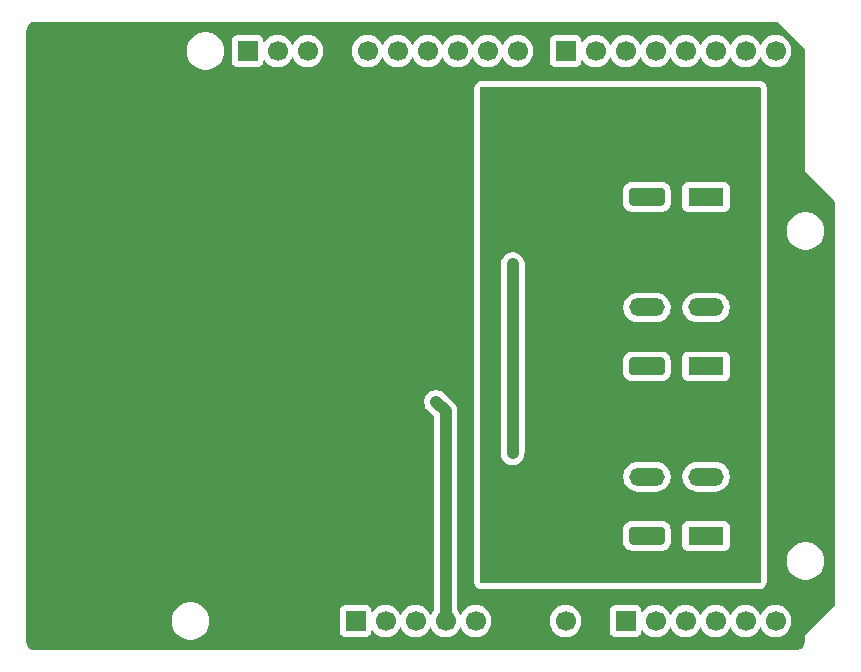
<source format=gbl>
G04 #@! TF.GenerationSoftware,KiCad,Pcbnew,9.0.6+1*
G04 #@! TF.CreationDate,2025-12-15T08:06:25+00:00*
G04 #@! TF.ProjectId,dreh_shield,64726568-5f73-4686-9965-6c642e6b6963,0.1*
G04 #@! TF.SameCoordinates,Original*
G04 #@! TF.FileFunction,Copper,L2,Bot*
G04 #@! TF.FilePolarity,Positive*
%FSLAX46Y46*%
G04 Gerber Fmt 4.6, Leading zero omitted, Abs format (unit mm)*
G04 Created by KiCad (PCBNEW 9.0.6+1) date 2025-12-15 08:06:25*
%MOMM*%
%LPD*%
G01*
G04 APERTURE LIST*
G04 #@! TA.AperFunction,ComponentPad*
%ADD10R,1.700000X1.700000*%
G04 #@! TD*
G04 #@! TA.AperFunction,ComponentPad*
%ADD11C,1.700000*%
G04 #@! TD*
G04 #@! TA.AperFunction,ComponentPad*
%ADD12R,3.000000X1.500000*%
G04 #@! TD*
G04 #@! TA.AperFunction,ComponentPad*
%ADD13O,3.000000X1.500000*%
G04 #@! TD*
G04 #@! TA.AperFunction,ViaPad*
%ADD14C,0.600000*%
G04 #@! TD*
G04 #@! TA.AperFunction,Conductor*
%ADD15C,1.000000*%
G04 #@! TD*
G04 APERTURE END LIST*
D10*
X27940000Y2540000D03*
D11*
X30480000Y2540000D03*
X33020000Y2540000D03*
X35560000Y2540000D03*
X38100000Y2540000D03*
X40640000Y2540000D03*
X43180000Y2540000D03*
X45720000Y2540000D03*
D10*
X50800000Y2540000D03*
D11*
X53340000Y2540000D03*
X55880000Y2540000D03*
X58420000Y2540000D03*
X60960000Y2540000D03*
X63500000Y2540000D03*
D10*
X18796000Y50800000D03*
D11*
X21336000Y50800000D03*
X23876000Y50800000D03*
X26416000Y50800000D03*
X28956000Y50800000D03*
X31496000Y50800000D03*
X34036000Y50800000D03*
X36576000Y50800000D03*
X39116000Y50800000D03*
X41656000Y50800000D03*
D10*
X45720000Y50800000D03*
D11*
X48260000Y50800000D03*
X50800000Y50800000D03*
X53340000Y50800000D03*
X55880000Y50800000D03*
X58420000Y50800000D03*
X60960000Y50800000D03*
X63500000Y50800000D03*
G04 #@! TA.AperFunction,ComponentPad*
G36*
G01*
X53867499Y37700000D02*
X51367501Y37700000D01*
G75*
G02*
X51117500Y37950001I0J250001D01*
G01*
X51117500Y38949999D01*
G75*
G02*
X51367501Y39200000I250001J0D01*
G01*
X53867499Y39200000D01*
G75*
G02*
X54117500Y38949999I0J-250001D01*
G01*
X54117500Y37950001D01*
G75*
G02*
X53867499Y37700000I-250001J0D01*
G01*
G37*
G04 #@! TD.AperFunction*
D12*
X57617500Y38450000D03*
D13*
X52617500Y43450000D03*
X57617500Y43450000D03*
G04 #@! TA.AperFunction,ComponentPad*
G36*
G01*
X53867499Y23350000D02*
X51367501Y23350000D01*
G75*
G02*
X51117500Y23600001I0J250001D01*
G01*
X51117500Y24599999D01*
G75*
G02*
X51367501Y24850000I250001J0D01*
G01*
X53867499Y24850000D01*
G75*
G02*
X54117500Y24599999I0J-250001D01*
G01*
X54117500Y23600001D01*
G75*
G02*
X53867499Y23350000I-250001J0D01*
G01*
G37*
G04 #@! TD.AperFunction*
D12*
X57617500Y24100000D03*
D13*
X52617500Y29100000D03*
X57617500Y29100000D03*
G04 #@! TA.AperFunction,ComponentPad*
G36*
G01*
X53867499Y9000000D02*
X51367501Y9000000D01*
G75*
G02*
X51117500Y9250001I0J250001D01*
G01*
X51117500Y10249999D01*
G75*
G02*
X51367501Y10500000I250001J0D01*
G01*
X53867499Y10500000D01*
G75*
G02*
X54117500Y10249999I0J-250001D01*
G01*
X54117500Y9250001D01*
G75*
G02*
X53867499Y9000000I-250001J0D01*
G01*
G37*
G04 #@! TD.AperFunction*
D12*
X57617500Y9750000D03*
D13*
X52617500Y14750000D03*
X57617500Y14750000D03*
D14*
X21500000Y40500000D03*
X18750000Y41750000D03*
X18750000Y43250000D03*
X34250000Y18000000D03*
X19250000Y37000000D03*
X19500000Y48250000D03*
X36250000Y22750000D03*
X35250000Y22750000D03*
X35560000Y16500000D03*
X34750000Y21087500D03*
X42500000Y16500000D03*
X41250000Y16750000D03*
X41250000Y32750000D03*
D15*
X35560000Y15000000D02*
X35560000Y20277500D01*
X35560000Y2540000D02*
X35560000Y15000000D01*
X35560000Y20277500D02*
X34750000Y21087500D01*
X35560000Y15000000D02*
X35560000Y16500000D01*
X41250000Y32750000D02*
X41250000Y16750000D01*
G04 #@! TA.AperFunction,Conductor*
G36*
X63732289Y53250148D02*
G01*
X63732661Y53249772D01*
X64309355Y52660487D01*
X65950520Y50983489D01*
X65964500Y50949218D01*
X65964500Y40655018D01*
X65964500Y40624982D01*
X65975994Y40597233D01*
X65975995Y40597232D01*
X65975995Y40597231D01*
X68490148Y38083079D01*
X68504500Y38048431D01*
X68504500Y3861570D01*
X68490147Y3826922D01*
X65997233Y1334006D01*
X65986613Y1323387D01*
X65975994Y1312768D01*
X65964500Y1285020D01*
X65964500Y764407D01*
X65964264Y759604D01*
X65951782Y632873D01*
X65949908Y623452D01*
X65913643Y503905D01*
X65909967Y495031D01*
X65851080Y384860D01*
X65845743Y376872D01*
X65766489Y280302D01*
X65759698Y273511D01*
X65663128Y194257D01*
X65655140Y188920D01*
X65544969Y130033D01*
X65536095Y126357D01*
X65416548Y90092D01*
X65407127Y88218D01*
X65280396Y75736D01*
X65275593Y75500D01*
X764407Y75500D01*
X759604Y75736D01*
X632872Y88218D01*
X623452Y90092D01*
X552972Y111472D01*
X503904Y126357D01*
X495030Y130033D01*
X384859Y188920D01*
X376871Y194257D01*
X280301Y273511D01*
X273510Y280302D01*
X194256Y376872D01*
X188921Y384856D01*
X130030Y495035D01*
X126356Y503905D01*
X90089Y623461D01*
X88218Y632866D01*
X75736Y759605D01*
X75500Y764407D01*
X75500Y2665962D01*
X12369500Y2665962D01*
X12369500Y2414039D01*
X12408909Y2165218D01*
X12408910Y2165215D01*
X12486759Y1925620D01*
X12587048Y1728792D01*
X12601130Y1701155D01*
X12740087Y1509896D01*
X12749208Y1497343D01*
X12749212Y1497338D01*
X12927338Y1319212D01*
X12927342Y1319209D01*
X12927344Y1319207D01*
X13131155Y1171130D01*
X13355621Y1056759D01*
X13595215Y978910D01*
X13844038Y939500D01*
X13844039Y939500D01*
X14095961Y939500D01*
X14095962Y939500D01*
X14344785Y978910D01*
X14584379Y1056759D01*
X14808845Y1171130D01*
X15012656Y1319207D01*
X15012659Y1319211D01*
X15012662Y1319212D01*
X15190788Y1497338D01*
X15190789Y1497341D01*
X15190793Y1497344D01*
X15338870Y1701155D01*
X15453241Y1925621D01*
X15531090Y2165215D01*
X15570500Y2414038D01*
X15570500Y2665962D01*
X15531090Y2914785D01*
X15453241Y3154379D01*
X15338870Y3378845D01*
X15295979Y3437880D01*
X26589500Y3437880D01*
X26589500Y1642121D01*
X26595907Y1582522D01*
X26595909Y1582517D01*
X26646204Y1447669D01*
X26732454Y1332454D01*
X26847669Y1246204D01*
X26982517Y1195909D01*
X26982520Y1195908D01*
X27026177Y1191215D01*
X27042127Y1189500D01*
X28837872Y1189501D01*
X28837878Y1189501D01*
X28897478Y1195908D01*
X28897479Y1195909D01*
X28897483Y1195909D01*
X29032331Y1246204D01*
X29147546Y1332454D01*
X29233796Y1447669D01*
X29284091Y1582517D01*
X29284091Y1582519D01*
X29284092Y1582521D01*
X29290499Y1642121D01*
X29290500Y1642127D01*
X29290499Y1728794D01*
X29304850Y1763441D01*
X29339498Y1777793D01*
X29374147Y1763442D01*
X29379141Y1757594D01*
X29449897Y1660207D01*
X29449901Y1660202D01*
X29600202Y1509901D01*
X29600206Y1509898D01*
X29600208Y1509896D01*
X29772184Y1384949D01*
X29961588Y1288443D01*
X30163757Y1222754D01*
X30373713Y1189500D01*
X30373714Y1189500D01*
X30586286Y1189500D01*
X30586287Y1189500D01*
X30796243Y1222754D01*
X30998412Y1288443D01*
X31187816Y1384949D01*
X31359792Y1509896D01*
X31359795Y1509900D01*
X31359798Y1509901D01*
X31510099Y1660202D01*
X31510100Y1660205D01*
X31510104Y1660208D01*
X31635051Y1832184D01*
X31706341Y1972100D01*
X31734858Y1996456D01*
X31772245Y1993513D01*
X31793659Y1972099D01*
X31864947Y1832187D01*
X31864952Y1832179D01*
X31914893Y1763441D01*
X31960146Y1701155D01*
X31989897Y1660207D01*
X31989901Y1660202D01*
X32140202Y1509901D01*
X32140206Y1509898D01*
X32140208Y1509896D01*
X32312184Y1384949D01*
X32501588Y1288443D01*
X32703757Y1222754D01*
X32913713Y1189500D01*
X32913714Y1189500D01*
X33126286Y1189500D01*
X33126287Y1189500D01*
X33336243Y1222754D01*
X33538412Y1288443D01*
X33727816Y1384949D01*
X33899792Y1509896D01*
X33899795Y1509900D01*
X33899798Y1509901D01*
X34050099Y1660202D01*
X34050100Y1660205D01*
X34050104Y1660208D01*
X34175051Y1832184D01*
X34246341Y1972100D01*
X34274858Y1996456D01*
X34312245Y1993513D01*
X34333659Y1972099D01*
X34404947Y1832187D01*
X34404952Y1832179D01*
X34454893Y1763441D01*
X34500146Y1701155D01*
X34529897Y1660207D01*
X34529901Y1660202D01*
X34680202Y1509901D01*
X34680206Y1509898D01*
X34680208Y1509896D01*
X34852184Y1384949D01*
X35041588Y1288443D01*
X35243757Y1222754D01*
X35453713Y1189500D01*
X35453714Y1189500D01*
X35666286Y1189500D01*
X35666287Y1189500D01*
X35876243Y1222754D01*
X36078412Y1288443D01*
X36267816Y1384949D01*
X36439792Y1509896D01*
X36439795Y1509900D01*
X36439798Y1509901D01*
X36590099Y1660202D01*
X36590100Y1660205D01*
X36590104Y1660208D01*
X36715051Y1832184D01*
X36786341Y1972100D01*
X36814858Y1996456D01*
X36852245Y1993513D01*
X36873659Y1972099D01*
X36944947Y1832187D01*
X36944952Y1832179D01*
X36994893Y1763441D01*
X37040146Y1701155D01*
X37069897Y1660207D01*
X37069901Y1660202D01*
X37220202Y1509901D01*
X37220206Y1509898D01*
X37220208Y1509896D01*
X37392184Y1384949D01*
X37581588Y1288443D01*
X37783757Y1222754D01*
X37993713Y1189500D01*
X37993714Y1189500D01*
X38206286Y1189500D01*
X38206287Y1189500D01*
X38416243Y1222754D01*
X38618412Y1288443D01*
X38807816Y1384949D01*
X38979792Y1509896D01*
X38979795Y1509900D01*
X38979798Y1509901D01*
X39130099Y1660202D01*
X39130100Y1660205D01*
X39130104Y1660208D01*
X39255051Y1832184D01*
X39351557Y2021588D01*
X39417246Y2223757D01*
X39450500Y2433713D01*
X39450500Y2646287D01*
X44369500Y2646287D01*
X44369500Y2433714D01*
X44402753Y2223760D01*
X44402754Y2223757D01*
X44468443Y2021587D01*
X44564947Y1832187D01*
X44564952Y1832179D01*
X44614893Y1763441D01*
X44660146Y1701155D01*
X44689897Y1660207D01*
X44689901Y1660202D01*
X44840202Y1509901D01*
X44840206Y1509898D01*
X44840208Y1509896D01*
X45012184Y1384949D01*
X45201588Y1288443D01*
X45403757Y1222754D01*
X45613713Y1189500D01*
X45613714Y1189500D01*
X45826286Y1189500D01*
X45826287Y1189500D01*
X46036243Y1222754D01*
X46238412Y1288443D01*
X46427816Y1384949D01*
X46599792Y1509896D01*
X46599795Y1509900D01*
X46599798Y1509901D01*
X46750099Y1660202D01*
X46750100Y1660205D01*
X46750104Y1660208D01*
X46875051Y1832184D01*
X46971557Y2021588D01*
X47037246Y2223757D01*
X47070500Y2433713D01*
X47070500Y2646287D01*
X47037246Y2856243D01*
X46971557Y3058412D01*
X46875051Y3247816D01*
X46750104Y3419792D01*
X46750102Y3419794D01*
X46750099Y3419798D01*
X46732017Y3437880D01*
X49449500Y3437880D01*
X49449500Y1642121D01*
X49455907Y1582522D01*
X49455909Y1582517D01*
X49506204Y1447669D01*
X49592454Y1332454D01*
X49707669Y1246204D01*
X49842517Y1195909D01*
X49842520Y1195908D01*
X49886177Y1191215D01*
X49902127Y1189500D01*
X51697872Y1189501D01*
X51697878Y1189501D01*
X51757478Y1195908D01*
X51757479Y1195909D01*
X51757483Y1195909D01*
X51892331Y1246204D01*
X52007546Y1332454D01*
X52093796Y1447669D01*
X52144091Y1582517D01*
X52144091Y1582519D01*
X52144092Y1582521D01*
X52150499Y1642121D01*
X52150500Y1642127D01*
X52150499Y1728794D01*
X52164850Y1763441D01*
X52199498Y1777793D01*
X52234147Y1763442D01*
X52239141Y1757594D01*
X52309897Y1660207D01*
X52309901Y1660202D01*
X52460202Y1509901D01*
X52460206Y1509898D01*
X52460208Y1509896D01*
X52632184Y1384949D01*
X52821588Y1288443D01*
X53023757Y1222754D01*
X53233713Y1189500D01*
X53233714Y1189500D01*
X53446286Y1189500D01*
X53446287Y1189500D01*
X53656243Y1222754D01*
X53858412Y1288443D01*
X54047816Y1384949D01*
X54219792Y1509896D01*
X54219795Y1509900D01*
X54219798Y1509901D01*
X54370099Y1660202D01*
X54370100Y1660205D01*
X54370104Y1660208D01*
X54495051Y1832184D01*
X54566341Y1972100D01*
X54594858Y1996456D01*
X54632245Y1993513D01*
X54653659Y1972099D01*
X54724947Y1832187D01*
X54724952Y1832179D01*
X54774893Y1763441D01*
X54820146Y1701155D01*
X54849897Y1660207D01*
X54849901Y1660202D01*
X55000202Y1509901D01*
X55000206Y1509898D01*
X55000208Y1509896D01*
X55172184Y1384949D01*
X55361588Y1288443D01*
X55563757Y1222754D01*
X55773713Y1189500D01*
X55773714Y1189500D01*
X55986286Y1189500D01*
X55986287Y1189500D01*
X56196243Y1222754D01*
X56398412Y1288443D01*
X56587816Y1384949D01*
X56759792Y1509896D01*
X56759795Y1509900D01*
X56759798Y1509901D01*
X56910099Y1660202D01*
X56910100Y1660205D01*
X56910104Y1660208D01*
X57035051Y1832184D01*
X57106341Y1972100D01*
X57134858Y1996456D01*
X57172245Y1993513D01*
X57193659Y1972099D01*
X57264947Y1832187D01*
X57264952Y1832179D01*
X57314893Y1763441D01*
X57360146Y1701155D01*
X57389897Y1660207D01*
X57389901Y1660202D01*
X57540202Y1509901D01*
X57540206Y1509898D01*
X57540208Y1509896D01*
X57712184Y1384949D01*
X57901588Y1288443D01*
X58103757Y1222754D01*
X58313713Y1189500D01*
X58313714Y1189500D01*
X58526286Y1189500D01*
X58526287Y1189500D01*
X58736243Y1222754D01*
X58938412Y1288443D01*
X59127816Y1384949D01*
X59299792Y1509896D01*
X59299795Y1509900D01*
X59299798Y1509901D01*
X59450099Y1660202D01*
X59450100Y1660205D01*
X59450104Y1660208D01*
X59575051Y1832184D01*
X59646341Y1972100D01*
X59674858Y1996456D01*
X59712245Y1993513D01*
X59733659Y1972099D01*
X59804947Y1832187D01*
X59804952Y1832179D01*
X59854893Y1763441D01*
X59900146Y1701155D01*
X59929897Y1660207D01*
X59929901Y1660202D01*
X60080202Y1509901D01*
X60080206Y1509898D01*
X60080208Y1509896D01*
X60252184Y1384949D01*
X60441588Y1288443D01*
X60643757Y1222754D01*
X60853713Y1189500D01*
X60853714Y1189500D01*
X61066286Y1189500D01*
X61066287Y1189500D01*
X61276243Y1222754D01*
X61478412Y1288443D01*
X61667816Y1384949D01*
X61839792Y1509896D01*
X61839795Y1509900D01*
X61839798Y1509901D01*
X61990099Y1660202D01*
X61990100Y1660205D01*
X61990104Y1660208D01*
X62115051Y1832184D01*
X62186341Y1972100D01*
X62214858Y1996456D01*
X62252245Y1993513D01*
X62273659Y1972099D01*
X62344947Y1832187D01*
X62344952Y1832179D01*
X62394893Y1763441D01*
X62440146Y1701155D01*
X62469897Y1660207D01*
X62469901Y1660202D01*
X62620202Y1509901D01*
X62620206Y1509898D01*
X62620208Y1509896D01*
X62792184Y1384949D01*
X62981588Y1288443D01*
X63183757Y1222754D01*
X63393713Y1189500D01*
X63393714Y1189500D01*
X63606286Y1189500D01*
X63606287Y1189500D01*
X63816243Y1222754D01*
X64018412Y1288443D01*
X64207816Y1384949D01*
X64379792Y1509896D01*
X64379795Y1509900D01*
X64379798Y1509901D01*
X64530099Y1660202D01*
X64530100Y1660205D01*
X64530104Y1660208D01*
X64655051Y1832184D01*
X64751557Y2021588D01*
X64817246Y2223757D01*
X64850500Y2433713D01*
X64850500Y2646287D01*
X64817246Y2856243D01*
X64751557Y3058412D01*
X64655051Y3247816D01*
X64530104Y3419792D01*
X64530102Y3419794D01*
X64530099Y3419798D01*
X64379798Y3570099D01*
X64379793Y3570103D01*
X64362515Y3582656D01*
X64327894Y3607810D01*
X64207821Y3695048D01*
X64207813Y3695053D01*
X64018413Y3791557D01*
X63816243Y3857246D01*
X63816240Y3857247D01*
X63654957Y3882792D01*
X63606287Y3890500D01*
X63393713Y3890500D01*
X63354202Y3884243D01*
X63183759Y3857247D01*
X63183756Y3857246D01*
X62981586Y3791557D01*
X62792186Y3695053D01*
X62792178Y3695048D01*
X62620206Y3570103D01*
X62469897Y3419794D01*
X62344952Y3247822D01*
X62344950Y3247819D01*
X62273659Y3107901D01*
X62245142Y3083545D01*
X62207754Y3086488D01*
X62186341Y3107901D01*
X62115049Y3247819D01*
X62115047Y3247822D01*
X62045502Y3343542D01*
X61990104Y3419792D01*
X61990102Y3419794D01*
X61990099Y3419798D01*
X61839798Y3570099D01*
X61839793Y3570103D01*
X61822515Y3582656D01*
X61787894Y3607810D01*
X61667821Y3695048D01*
X61667813Y3695053D01*
X61478413Y3791557D01*
X61276243Y3857246D01*
X61276240Y3857247D01*
X61114957Y3882792D01*
X61066287Y3890500D01*
X60853713Y3890500D01*
X60814202Y3884243D01*
X60643759Y3857247D01*
X60643756Y3857246D01*
X60441586Y3791557D01*
X60252186Y3695053D01*
X60252178Y3695048D01*
X60080206Y3570103D01*
X59929897Y3419794D01*
X59804952Y3247822D01*
X59804950Y3247819D01*
X59733659Y3107901D01*
X59705142Y3083545D01*
X59667754Y3086488D01*
X59646341Y3107901D01*
X59575049Y3247819D01*
X59575047Y3247822D01*
X59505502Y3343542D01*
X59450104Y3419792D01*
X59450102Y3419794D01*
X59450099Y3419798D01*
X59299798Y3570099D01*
X59299793Y3570103D01*
X59282515Y3582656D01*
X59247894Y3607810D01*
X59127821Y3695048D01*
X59127813Y3695053D01*
X58938413Y3791557D01*
X58736243Y3857246D01*
X58736240Y3857247D01*
X58574957Y3882792D01*
X58526287Y3890500D01*
X58313713Y3890500D01*
X58274202Y3884243D01*
X58103759Y3857247D01*
X58103756Y3857246D01*
X57901586Y3791557D01*
X57712186Y3695053D01*
X57712178Y3695048D01*
X57540206Y3570103D01*
X57389897Y3419794D01*
X57264952Y3247822D01*
X57264950Y3247819D01*
X57193659Y3107901D01*
X57165142Y3083545D01*
X57127754Y3086488D01*
X57106341Y3107901D01*
X57035049Y3247819D01*
X57035047Y3247822D01*
X56965502Y3343542D01*
X56910104Y3419792D01*
X56910102Y3419794D01*
X56910099Y3419798D01*
X56759798Y3570099D01*
X56759793Y3570103D01*
X56742515Y3582656D01*
X56707894Y3607810D01*
X56587821Y3695048D01*
X56587813Y3695053D01*
X56398413Y3791557D01*
X56196243Y3857246D01*
X56196240Y3857247D01*
X56034957Y3882792D01*
X55986287Y3890500D01*
X55773713Y3890500D01*
X55734202Y3884243D01*
X55563759Y3857247D01*
X55563756Y3857246D01*
X55361586Y3791557D01*
X55172186Y3695053D01*
X55172178Y3695048D01*
X55000206Y3570103D01*
X54849897Y3419794D01*
X54724952Y3247822D01*
X54724950Y3247819D01*
X54653659Y3107901D01*
X54625142Y3083545D01*
X54587754Y3086488D01*
X54566341Y3107901D01*
X54495049Y3247819D01*
X54495047Y3247822D01*
X54425502Y3343542D01*
X54370104Y3419792D01*
X54370102Y3419794D01*
X54370099Y3419798D01*
X54219798Y3570099D01*
X54219793Y3570103D01*
X54202515Y3582656D01*
X54167894Y3607810D01*
X54047821Y3695048D01*
X54047813Y3695053D01*
X53858413Y3791557D01*
X53656243Y3857246D01*
X53656240Y3857247D01*
X53494957Y3882792D01*
X53446287Y3890500D01*
X53233713Y3890500D01*
X53194202Y3884243D01*
X53023759Y3857247D01*
X53023756Y3857246D01*
X52821586Y3791557D01*
X52632186Y3695053D01*
X52632178Y3695048D01*
X52460206Y3570103D01*
X52309897Y3419794D01*
X52239141Y3322406D01*
X52207164Y3302810D01*
X52170698Y3311565D01*
X52151102Y3343542D01*
X52150499Y3351207D01*
X52150499Y3437880D01*
X52144092Y3497479D01*
X52144091Y3497483D01*
X52093796Y3632331D01*
X52007546Y3747546D01*
X51904057Y3825018D01*
X51892333Y3833795D01*
X51892331Y3833796D01*
X51847381Y3850561D01*
X51757479Y3884093D01*
X51697879Y3890500D01*
X49902120Y3890500D01*
X49842521Y3884093D01*
X49707666Y3833795D01*
X49592454Y3747546D01*
X49506205Y3632334D01*
X49455907Y3497480D01*
X49449500Y3437880D01*
X46732017Y3437880D01*
X46599798Y3570099D01*
X46599793Y3570103D01*
X46582515Y3582656D01*
X46547894Y3607810D01*
X46427821Y3695048D01*
X46427813Y3695053D01*
X46238413Y3791557D01*
X46036243Y3857246D01*
X46036240Y3857247D01*
X45874957Y3882792D01*
X45826287Y3890500D01*
X45613713Y3890500D01*
X45574202Y3884243D01*
X45403759Y3857247D01*
X45403756Y3857246D01*
X45201586Y3791557D01*
X45012186Y3695053D01*
X45012178Y3695048D01*
X44840206Y3570103D01*
X44689897Y3419794D01*
X44564952Y3247822D01*
X44564947Y3247814D01*
X44468443Y3058414D01*
X44402754Y2856244D01*
X44402753Y2856241D01*
X44369500Y2646287D01*
X39450500Y2646287D01*
X39417246Y2856243D01*
X39351557Y3058412D01*
X39255051Y3247816D01*
X39130104Y3419792D01*
X39130102Y3419794D01*
X39130099Y3419798D01*
X38979798Y3570099D01*
X38979793Y3570103D01*
X38962515Y3582656D01*
X38927894Y3607810D01*
X38807821Y3695048D01*
X38807813Y3695053D01*
X38618413Y3791557D01*
X38416243Y3857246D01*
X38416240Y3857247D01*
X38254957Y3882792D01*
X38206287Y3890500D01*
X37993713Y3890500D01*
X37954202Y3884243D01*
X37783759Y3857247D01*
X37783756Y3857246D01*
X37581586Y3791557D01*
X37392186Y3695053D01*
X37392178Y3695048D01*
X37220206Y3570103D01*
X37069897Y3419794D01*
X36944952Y3247822D01*
X36944950Y3247819D01*
X36873659Y3107901D01*
X36845142Y3083545D01*
X36807754Y3086488D01*
X36786341Y3107901D01*
X36715049Y3247819D01*
X36715047Y3247822D01*
X36645502Y3343542D01*
X36590104Y3419792D01*
X36590102Y3419794D01*
X36590099Y3419798D01*
X36574852Y3435045D01*
X36560500Y3469693D01*
X36560500Y20376041D01*
X36560499Y20376045D01*
X36522052Y20569328D01*
X36522051Y20569335D01*
X36446632Y20751414D01*
X36337139Y20915282D01*
X36196568Y21055854D01*
X36196537Y21055883D01*
X35387780Y21864640D01*
X35333649Y21900809D01*
X35223914Y21974131D01*
X35223911Y21974133D01*
X35223910Y21974133D01*
X35041839Y22049550D01*
X35041837Y22049551D01*
X35041836Y22049551D01*
X35041833Y22049552D01*
X35041824Y22049554D01*
X34848545Y22088000D01*
X34848540Y22088000D01*
X34651460Y22088000D01*
X34651454Y22088000D01*
X34458175Y22049554D01*
X34458160Y22049550D01*
X34276089Y21974133D01*
X34112219Y21864640D01*
X33972860Y21725281D01*
X33863367Y21561411D01*
X33787950Y21379340D01*
X33787946Y21379325D01*
X33749500Y21186046D01*
X33749500Y20988955D01*
X33787946Y20795676D01*
X33787948Y20795667D01*
X33787949Y20795664D01*
X33863369Y20613586D01*
X33936691Y20503851D01*
X33972860Y20449720D01*
X34545148Y19877432D01*
X34559500Y19842784D01*
X34559500Y3469693D01*
X34545148Y3435045D01*
X34529897Y3419794D01*
X34404952Y3247822D01*
X34404950Y3247819D01*
X34333659Y3107901D01*
X34305142Y3083545D01*
X34267754Y3086488D01*
X34246341Y3107901D01*
X34175049Y3247819D01*
X34175047Y3247822D01*
X34105502Y3343542D01*
X34050104Y3419792D01*
X34050102Y3419794D01*
X34050099Y3419798D01*
X33899798Y3570099D01*
X33899793Y3570103D01*
X33882515Y3582656D01*
X33847894Y3607810D01*
X33727821Y3695048D01*
X33727813Y3695053D01*
X33538413Y3791557D01*
X33336243Y3857246D01*
X33336240Y3857247D01*
X33174957Y3882792D01*
X33126287Y3890500D01*
X32913713Y3890500D01*
X32874202Y3884243D01*
X32703759Y3857247D01*
X32703756Y3857246D01*
X32501586Y3791557D01*
X32312186Y3695053D01*
X32312178Y3695048D01*
X32140206Y3570103D01*
X31989897Y3419794D01*
X31864952Y3247822D01*
X31864950Y3247819D01*
X31793659Y3107901D01*
X31765142Y3083545D01*
X31727754Y3086488D01*
X31706341Y3107901D01*
X31635049Y3247819D01*
X31635047Y3247822D01*
X31565502Y3343542D01*
X31510104Y3419792D01*
X31510102Y3419794D01*
X31510099Y3419798D01*
X31359798Y3570099D01*
X31359793Y3570103D01*
X31342515Y3582656D01*
X31307894Y3607810D01*
X31187821Y3695048D01*
X31187813Y3695053D01*
X30998413Y3791557D01*
X30796243Y3857246D01*
X30796240Y3857247D01*
X30634957Y3882792D01*
X30586287Y3890500D01*
X30373713Y3890500D01*
X30334202Y3884243D01*
X30163759Y3857247D01*
X30163756Y3857246D01*
X29961586Y3791557D01*
X29772186Y3695053D01*
X29772178Y3695048D01*
X29600206Y3570103D01*
X29449897Y3419794D01*
X29379141Y3322406D01*
X29347164Y3302810D01*
X29310698Y3311565D01*
X29291102Y3343542D01*
X29290499Y3351207D01*
X29290499Y3437880D01*
X29284092Y3497479D01*
X29284091Y3497483D01*
X29233796Y3632331D01*
X29147546Y3747546D01*
X29044057Y3825018D01*
X29032333Y3833795D01*
X29032331Y3833796D01*
X28987381Y3850561D01*
X28897479Y3884093D01*
X28837879Y3890500D01*
X27042120Y3890500D01*
X26982521Y3884093D01*
X26847666Y3833795D01*
X26732454Y3747546D01*
X26646205Y3632334D01*
X26595907Y3497480D01*
X26589500Y3437880D01*
X15295979Y3437880D01*
X15190793Y3582656D01*
X15190791Y3582658D01*
X15190788Y3582662D01*
X15012662Y3760788D01*
X15012657Y3760792D01*
X14924257Y3825018D01*
X14808845Y3908870D01*
X14808844Y3908871D01*
X14808842Y3908872D01*
X14584380Y4023241D01*
X14344785Y4101090D01*
X14344782Y4101091D01*
X14153642Y4131365D01*
X14095962Y4140500D01*
X13844038Y4140500D01*
X13797212Y4133084D01*
X13595217Y4101091D01*
X13595214Y4101090D01*
X13355619Y4023241D01*
X13131157Y3908872D01*
X12927342Y3760792D01*
X12749208Y3582658D01*
X12601128Y3378843D01*
X12486759Y3154381D01*
X12408910Y2914786D01*
X12408909Y2914783D01*
X12369500Y2665962D01*
X75500Y2665962D01*
X75500Y47651005D01*
X37994500Y47651005D01*
X37994500Y5848998D01*
X38000720Y5769945D01*
X38000720Y5769940D01*
X38000722Y5769930D01*
X38005567Y5739337D01*
X38017438Y5692825D01*
X38028744Y5648531D01*
X38095881Y5521290D01*
X38095882Y5521289D01*
X38095884Y5521286D01*
X38095887Y5521281D01*
X38131851Y5471781D01*
X38149482Y5448917D01*
X38255486Y5351629D01*
X38384604Y5288147D01*
X38442795Y5269240D01*
X38442821Y5269232D01*
X38442824Y5269231D01*
X38456576Y5264978D01*
X38456579Y5264978D01*
X38456584Y5264976D01*
X38599000Y5244500D01*
X38599004Y5244500D01*
X62150989Y5244500D01*
X62151000Y5244500D01*
X62230057Y5250721D01*
X62230060Y5250721D01*
X62230062Y5250722D01*
X62230070Y5250722D01*
X62260663Y5255567D01*
X62351467Y5278743D01*
X62478719Y5345887D01*
X62528219Y5381851D01*
X62551083Y5399482D01*
X62648371Y5505486D01*
X62711853Y5634604D01*
X62730760Y5692795D01*
X62735024Y5706584D01*
X62755500Y5849000D01*
X62755500Y7745962D01*
X64439500Y7745962D01*
X64439500Y7494039D01*
X64478909Y7245218D01*
X64478910Y7245215D01*
X64556759Y7005620D01*
X64671128Y6781158D01*
X64819208Y6577343D01*
X64819212Y6577338D01*
X64997338Y6399212D01*
X64997342Y6399209D01*
X64997344Y6399207D01*
X65201155Y6251130D01*
X65425621Y6136759D01*
X65665215Y6058910D01*
X65914038Y6019500D01*
X65914039Y6019500D01*
X66165961Y6019500D01*
X66165962Y6019500D01*
X66414785Y6058910D01*
X66654379Y6136759D01*
X66878845Y6251130D01*
X67082656Y6399207D01*
X67082659Y6399211D01*
X67082662Y6399212D01*
X67260788Y6577338D01*
X67260789Y6577341D01*
X67260793Y6577344D01*
X67408870Y6781155D01*
X67523241Y7005621D01*
X67601090Y7245215D01*
X67640500Y7494038D01*
X67640500Y7745962D01*
X67601090Y7994785D01*
X67523241Y8234379D01*
X67408870Y8458845D01*
X67260793Y8662656D01*
X67260791Y8662658D01*
X67260788Y8662662D01*
X67082662Y8840788D01*
X67082657Y8840792D01*
X66878842Y8988872D01*
X66654380Y9103241D01*
X66414785Y9181090D01*
X66414782Y9181091D01*
X66223642Y9211365D01*
X66165962Y9220500D01*
X65914038Y9220500D01*
X65867212Y9213084D01*
X65665217Y9181091D01*
X65665214Y9181090D01*
X65425619Y9103241D01*
X65201157Y8988872D01*
X64997342Y8840792D01*
X64819208Y8662658D01*
X64671128Y8458843D01*
X64556759Y8234381D01*
X64478910Y7994786D01*
X64478909Y7994783D01*
X64439500Y7745962D01*
X62755500Y7745962D01*
X62755500Y35685962D01*
X64439500Y35685962D01*
X64439500Y35434039D01*
X64478909Y35185218D01*
X64478910Y35185215D01*
X64556759Y34945620D01*
X64671128Y34721158D01*
X64819208Y34517343D01*
X64819212Y34517338D01*
X64997338Y34339212D01*
X64997342Y34339209D01*
X64997344Y34339207D01*
X65201155Y34191130D01*
X65425621Y34076759D01*
X65665215Y33998910D01*
X65914038Y33959500D01*
X65914039Y33959500D01*
X66165961Y33959500D01*
X66165962Y33959500D01*
X66414785Y33998910D01*
X66654379Y34076759D01*
X66878845Y34191130D01*
X67082656Y34339207D01*
X67082659Y34339211D01*
X67082662Y34339212D01*
X67260788Y34517338D01*
X67260789Y34517341D01*
X67260793Y34517344D01*
X67408870Y34721155D01*
X67523241Y34945621D01*
X67601090Y35185215D01*
X67640500Y35434038D01*
X67640500Y35685962D01*
X67601090Y35934785D01*
X67523241Y36174379D01*
X67408870Y36398845D01*
X67260793Y36602656D01*
X67260791Y36602658D01*
X67260788Y36602662D01*
X67082662Y36780788D01*
X67082657Y36780792D01*
X66878842Y36928872D01*
X66654380Y37043241D01*
X66414785Y37121090D01*
X66414782Y37121091D01*
X66223642Y37151365D01*
X66165962Y37160500D01*
X65914038Y37160500D01*
X65867212Y37153084D01*
X65665217Y37121091D01*
X65665214Y37121090D01*
X65425619Y37043241D01*
X65201157Y36928872D01*
X64997342Y36780792D01*
X64819208Y36602658D01*
X64671128Y36398843D01*
X64556759Y36174381D01*
X64478910Y35934786D01*
X64478909Y35934783D01*
X64439500Y35685962D01*
X62755500Y35685962D01*
X62755500Y47651000D01*
X62749278Y47730070D01*
X62744433Y47760663D01*
X62721257Y47851467D01*
X62697841Y47895845D01*
X62654118Y47978711D01*
X62654117Y47978712D01*
X62654115Y47978714D01*
X62654113Y47978719D01*
X62618149Y48028219D01*
X62600518Y48051083D01*
X62494514Y48148371D01*
X62365396Y48211853D01*
X62332640Y48222496D01*
X62307175Y48230770D01*
X62293423Y48235023D01*
X62293412Y48235025D01*
X62151004Y48255500D01*
X62151000Y48255500D01*
X38599000Y48255500D01*
X38598997Y48255500D01*
X38519944Y48249280D01*
X38519939Y48249280D01*
X38489341Y48244434D01*
X38489337Y48244433D01*
X38398533Y48221257D01*
X38398532Y48221257D01*
X38398530Y48221256D01*
X38271289Y48154119D01*
X38271288Y48154118D01*
X38221768Y48118140D01*
X38198918Y48100519D01*
X38198914Y48100515D01*
X38101629Y47994515D01*
X38038147Y47865396D01*
X38019230Y47807176D01*
X38014977Y47793424D01*
X38014975Y47793413D01*
X37994500Y47651005D01*
X75500Y47651005D01*
X75500Y50925962D01*
X13639500Y50925962D01*
X13639500Y50674039D01*
X13678909Y50425218D01*
X13678910Y50425215D01*
X13756759Y50185620D01*
X13857048Y49988792D01*
X13871130Y49961155D01*
X14010087Y49769896D01*
X14019208Y49757343D01*
X14019212Y49757338D01*
X14197338Y49579212D01*
X14197342Y49579209D01*
X14197344Y49579207D01*
X14401155Y49431130D01*
X14625621Y49316759D01*
X14865215Y49238910D01*
X15114038Y49199500D01*
X15114039Y49199500D01*
X15365961Y49199500D01*
X15365962Y49199500D01*
X15614785Y49238910D01*
X15854379Y49316759D01*
X16078845Y49431130D01*
X16282656Y49579207D01*
X16282659Y49579211D01*
X16282662Y49579212D01*
X16460788Y49757338D01*
X16460789Y49757341D01*
X16460793Y49757344D01*
X16608870Y49961155D01*
X16723241Y50185621D01*
X16801090Y50425215D01*
X16840500Y50674038D01*
X16840500Y50925962D01*
X16801090Y51174785D01*
X16723241Y51414379D01*
X16608870Y51638845D01*
X16565979Y51697880D01*
X17445500Y51697880D01*
X17445500Y49902121D01*
X17451907Y49842522D01*
X17451909Y49842517D01*
X17502204Y49707669D01*
X17588454Y49592454D01*
X17703669Y49506204D01*
X17838517Y49455909D01*
X17838520Y49455908D01*
X17882177Y49451215D01*
X17898127Y49449500D01*
X19693872Y49449501D01*
X19693878Y49449501D01*
X19753478Y49455908D01*
X19753479Y49455909D01*
X19753483Y49455909D01*
X19888331Y49506204D01*
X20003546Y49592454D01*
X20089796Y49707669D01*
X20140091Y49842517D01*
X20140091Y49842519D01*
X20140092Y49842521D01*
X20146499Y49902121D01*
X20146500Y49902127D01*
X20146499Y49988794D01*
X20160850Y50023441D01*
X20195498Y50037793D01*
X20230147Y50023442D01*
X20235141Y50017594D01*
X20305897Y49920207D01*
X20305901Y49920202D01*
X20456202Y49769901D01*
X20456206Y49769898D01*
X20456208Y49769896D01*
X20628184Y49644949D01*
X20817588Y49548443D01*
X21019757Y49482754D01*
X21229713Y49449500D01*
X21229714Y49449500D01*
X21442286Y49449500D01*
X21442287Y49449500D01*
X21652243Y49482754D01*
X21854412Y49548443D01*
X22043816Y49644949D01*
X22215792Y49769896D01*
X22215795Y49769900D01*
X22215798Y49769901D01*
X22366099Y49920202D01*
X22366100Y49920205D01*
X22366104Y49920208D01*
X22491051Y50092184D01*
X22562341Y50232100D01*
X22590858Y50256456D01*
X22628245Y50253513D01*
X22649659Y50232099D01*
X22720947Y50092187D01*
X22720952Y50092179D01*
X22770893Y50023441D01*
X22816146Y49961155D01*
X22845897Y49920207D01*
X22845901Y49920202D01*
X22996202Y49769901D01*
X22996206Y49769898D01*
X22996208Y49769896D01*
X23168184Y49644949D01*
X23357588Y49548443D01*
X23559757Y49482754D01*
X23769713Y49449500D01*
X23769714Y49449500D01*
X23982286Y49449500D01*
X23982287Y49449500D01*
X24192243Y49482754D01*
X24394412Y49548443D01*
X24583816Y49644949D01*
X24755792Y49769896D01*
X24755795Y49769900D01*
X24755798Y49769901D01*
X24906099Y49920202D01*
X24906100Y49920205D01*
X24906104Y49920208D01*
X25031051Y50092184D01*
X25127557Y50281588D01*
X25193246Y50483757D01*
X25226500Y50693713D01*
X25226500Y50906287D01*
X27605500Y50906287D01*
X27605500Y50693714D01*
X27638753Y50483760D01*
X27638754Y50483757D01*
X27704443Y50281587D01*
X27800947Y50092187D01*
X27800952Y50092179D01*
X27850893Y50023441D01*
X27896146Y49961155D01*
X27925897Y49920207D01*
X27925901Y49920202D01*
X28076202Y49769901D01*
X28076206Y49769898D01*
X28076208Y49769896D01*
X28248184Y49644949D01*
X28437588Y49548443D01*
X28639757Y49482754D01*
X28849713Y49449500D01*
X28849714Y49449500D01*
X29062286Y49449500D01*
X29062287Y49449500D01*
X29272243Y49482754D01*
X29474412Y49548443D01*
X29663816Y49644949D01*
X29835792Y49769896D01*
X29835795Y49769900D01*
X29835798Y49769901D01*
X29986099Y49920202D01*
X29986100Y49920205D01*
X29986104Y49920208D01*
X30111051Y50092184D01*
X30182341Y50232100D01*
X30210858Y50256456D01*
X30248245Y50253513D01*
X30269659Y50232099D01*
X30340947Y50092187D01*
X30340952Y50092179D01*
X30390893Y50023441D01*
X30436146Y49961155D01*
X30465897Y49920207D01*
X30465901Y49920202D01*
X30616202Y49769901D01*
X30616206Y49769898D01*
X30616208Y49769896D01*
X30788184Y49644949D01*
X30977588Y49548443D01*
X31179757Y49482754D01*
X31389713Y49449500D01*
X31389714Y49449500D01*
X31602286Y49449500D01*
X31602287Y49449500D01*
X31812243Y49482754D01*
X32014412Y49548443D01*
X32203816Y49644949D01*
X32375792Y49769896D01*
X32375795Y49769900D01*
X32375798Y49769901D01*
X32526099Y49920202D01*
X32526100Y49920205D01*
X32526104Y49920208D01*
X32651051Y50092184D01*
X32722341Y50232100D01*
X32750858Y50256456D01*
X32788245Y50253513D01*
X32809659Y50232099D01*
X32880947Y50092187D01*
X32880952Y50092179D01*
X32930893Y50023441D01*
X32976146Y49961155D01*
X33005897Y49920207D01*
X33005901Y49920202D01*
X33156202Y49769901D01*
X33156206Y49769898D01*
X33156208Y49769896D01*
X33328184Y49644949D01*
X33517588Y49548443D01*
X33719757Y49482754D01*
X33929713Y49449500D01*
X33929714Y49449500D01*
X34142286Y49449500D01*
X34142287Y49449500D01*
X34352243Y49482754D01*
X34554412Y49548443D01*
X34743816Y49644949D01*
X34915792Y49769896D01*
X34915795Y49769900D01*
X34915798Y49769901D01*
X35066099Y49920202D01*
X35066100Y49920205D01*
X35066104Y49920208D01*
X35191051Y50092184D01*
X35262341Y50232100D01*
X35290858Y50256456D01*
X35328245Y50253513D01*
X35349659Y50232099D01*
X35420947Y50092187D01*
X35420952Y50092179D01*
X35470893Y50023441D01*
X35516146Y49961155D01*
X35545897Y49920207D01*
X35545901Y49920202D01*
X35696202Y49769901D01*
X35696206Y49769898D01*
X35696208Y49769896D01*
X35868184Y49644949D01*
X36057588Y49548443D01*
X36259757Y49482754D01*
X36469713Y49449500D01*
X36469714Y49449500D01*
X36682286Y49449500D01*
X36682287Y49449500D01*
X36892243Y49482754D01*
X37094412Y49548443D01*
X37283816Y49644949D01*
X37455792Y49769896D01*
X37455795Y49769900D01*
X37455798Y49769901D01*
X37606099Y49920202D01*
X37606100Y49920205D01*
X37606104Y49920208D01*
X37731051Y50092184D01*
X37802341Y50232100D01*
X37830858Y50256456D01*
X37868245Y50253513D01*
X37889659Y50232099D01*
X37960947Y50092187D01*
X37960952Y50092179D01*
X38010893Y50023441D01*
X38056146Y49961155D01*
X38085897Y49920207D01*
X38085901Y49920202D01*
X38236202Y49769901D01*
X38236206Y49769898D01*
X38236208Y49769896D01*
X38408184Y49644949D01*
X38597588Y49548443D01*
X38799757Y49482754D01*
X39009713Y49449500D01*
X39009714Y49449500D01*
X39222286Y49449500D01*
X39222287Y49449500D01*
X39432243Y49482754D01*
X39634412Y49548443D01*
X39823816Y49644949D01*
X39995792Y49769896D01*
X39995795Y49769900D01*
X39995798Y49769901D01*
X40146099Y49920202D01*
X40146100Y49920205D01*
X40146104Y49920208D01*
X40271051Y50092184D01*
X40342341Y50232100D01*
X40370858Y50256456D01*
X40408245Y50253513D01*
X40429659Y50232099D01*
X40500947Y50092187D01*
X40500952Y50092179D01*
X40550893Y50023441D01*
X40596146Y49961155D01*
X40625897Y49920207D01*
X40625901Y49920202D01*
X40776202Y49769901D01*
X40776206Y49769898D01*
X40776208Y49769896D01*
X40948184Y49644949D01*
X41137588Y49548443D01*
X41339757Y49482754D01*
X41549713Y49449500D01*
X41549714Y49449500D01*
X41762286Y49449500D01*
X41762287Y49449500D01*
X41972243Y49482754D01*
X42174412Y49548443D01*
X42363816Y49644949D01*
X42535792Y49769896D01*
X42535795Y49769900D01*
X42535798Y49769901D01*
X42686099Y49920202D01*
X42686100Y49920205D01*
X42686104Y49920208D01*
X42811051Y50092184D01*
X42907557Y50281588D01*
X42973246Y50483757D01*
X43006500Y50693713D01*
X43006500Y50906287D01*
X42973246Y51116243D01*
X42907557Y51318412D01*
X42811051Y51507816D01*
X42686104Y51679792D01*
X42686102Y51679794D01*
X42686099Y51679798D01*
X42668017Y51697880D01*
X44369500Y51697880D01*
X44369500Y49902121D01*
X44375907Y49842522D01*
X44375909Y49842517D01*
X44426204Y49707669D01*
X44512454Y49592454D01*
X44627669Y49506204D01*
X44762517Y49455909D01*
X44762520Y49455908D01*
X44806177Y49451215D01*
X44822127Y49449500D01*
X46617872Y49449501D01*
X46617878Y49449501D01*
X46677478Y49455908D01*
X46677479Y49455909D01*
X46677483Y49455909D01*
X46812331Y49506204D01*
X46927546Y49592454D01*
X47013796Y49707669D01*
X47064091Y49842517D01*
X47064091Y49842519D01*
X47064092Y49842521D01*
X47070499Y49902121D01*
X47070500Y49902127D01*
X47070499Y49988794D01*
X47084850Y50023441D01*
X47119498Y50037793D01*
X47154147Y50023442D01*
X47159141Y50017594D01*
X47229897Y49920207D01*
X47229901Y49920202D01*
X47380202Y49769901D01*
X47380206Y49769898D01*
X47380208Y49769896D01*
X47552184Y49644949D01*
X47741588Y49548443D01*
X47943757Y49482754D01*
X48153713Y49449500D01*
X48153714Y49449500D01*
X48366286Y49449500D01*
X48366287Y49449500D01*
X48576243Y49482754D01*
X48778412Y49548443D01*
X48967816Y49644949D01*
X49139792Y49769896D01*
X49139795Y49769900D01*
X49139798Y49769901D01*
X49290099Y49920202D01*
X49290100Y49920205D01*
X49290104Y49920208D01*
X49415051Y50092184D01*
X49486341Y50232100D01*
X49514858Y50256456D01*
X49552245Y50253513D01*
X49573659Y50232099D01*
X49644947Y50092187D01*
X49644952Y50092179D01*
X49694893Y50023441D01*
X49740146Y49961155D01*
X49769897Y49920207D01*
X49769901Y49920202D01*
X49920202Y49769901D01*
X49920206Y49769898D01*
X49920208Y49769896D01*
X50092184Y49644949D01*
X50281588Y49548443D01*
X50483757Y49482754D01*
X50693713Y49449500D01*
X50693714Y49449500D01*
X50906286Y49449500D01*
X50906287Y49449500D01*
X51116243Y49482754D01*
X51318412Y49548443D01*
X51507816Y49644949D01*
X51679792Y49769896D01*
X51679795Y49769900D01*
X51679798Y49769901D01*
X51830099Y49920202D01*
X51830100Y49920205D01*
X51830104Y49920208D01*
X51955051Y50092184D01*
X52026341Y50232100D01*
X52054858Y50256456D01*
X52092245Y50253513D01*
X52113659Y50232099D01*
X52184947Y50092187D01*
X52184952Y50092179D01*
X52234893Y50023441D01*
X52280146Y49961155D01*
X52309897Y49920207D01*
X52309901Y49920202D01*
X52460202Y49769901D01*
X52460206Y49769898D01*
X52460208Y49769896D01*
X52632184Y49644949D01*
X52821588Y49548443D01*
X53023757Y49482754D01*
X53233713Y49449500D01*
X53233714Y49449500D01*
X53446286Y49449500D01*
X53446287Y49449500D01*
X53656243Y49482754D01*
X53858412Y49548443D01*
X54047816Y49644949D01*
X54219792Y49769896D01*
X54219795Y49769900D01*
X54219798Y49769901D01*
X54370099Y49920202D01*
X54370100Y49920205D01*
X54370104Y49920208D01*
X54495051Y50092184D01*
X54566341Y50232100D01*
X54594858Y50256456D01*
X54632245Y50253513D01*
X54653659Y50232099D01*
X54724947Y50092187D01*
X54724952Y50092179D01*
X54774893Y50023441D01*
X54820146Y49961155D01*
X54849897Y49920207D01*
X54849901Y49920202D01*
X55000202Y49769901D01*
X55000206Y49769898D01*
X55000208Y49769896D01*
X55172184Y49644949D01*
X55361588Y49548443D01*
X55563757Y49482754D01*
X55773713Y49449500D01*
X55773714Y49449500D01*
X55986286Y49449500D01*
X55986287Y49449500D01*
X56196243Y49482754D01*
X56398412Y49548443D01*
X56587816Y49644949D01*
X56759792Y49769896D01*
X56759795Y49769900D01*
X56759798Y49769901D01*
X56910099Y49920202D01*
X56910100Y49920205D01*
X56910104Y49920208D01*
X57035051Y50092184D01*
X57106341Y50232100D01*
X57134858Y50256456D01*
X57172245Y50253513D01*
X57193659Y50232099D01*
X57264947Y50092187D01*
X57264952Y50092179D01*
X57314893Y50023441D01*
X57360146Y49961155D01*
X57389897Y49920207D01*
X57389901Y49920202D01*
X57540202Y49769901D01*
X57540206Y49769898D01*
X57540208Y49769896D01*
X57712184Y49644949D01*
X57901588Y49548443D01*
X58103757Y49482754D01*
X58313713Y49449500D01*
X58313714Y49449500D01*
X58526286Y49449500D01*
X58526287Y49449500D01*
X58736243Y49482754D01*
X58938412Y49548443D01*
X59127816Y49644949D01*
X59299792Y49769896D01*
X59299795Y49769900D01*
X59299798Y49769901D01*
X59450099Y49920202D01*
X59450100Y49920205D01*
X59450104Y49920208D01*
X59575051Y50092184D01*
X59646341Y50232100D01*
X59674858Y50256456D01*
X59712245Y50253513D01*
X59733659Y50232099D01*
X59804947Y50092187D01*
X59804952Y50092179D01*
X59854893Y50023441D01*
X59900146Y49961155D01*
X59929897Y49920207D01*
X59929901Y49920202D01*
X60080202Y49769901D01*
X60080206Y49769898D01*
X60080208Y49769896D01*
X60252184Y49644949D01*
X60441588Y49548443D01*
X60643757Y49482754D01*
X60853713Y49449500D01*
X60853714Y49449500D01*
X61066286Y49449500D01*
X61066287Y49449500D01*
X61276243Y49482754D01*
X61478412Y49548443D01*
X61667816Y49644949D01*
X61839792Y49769896D01*
X61839795Y49769900D01*
X61839798Y49769901D01*
X61990099Y49920202D01*
X61990100Y49920205D01*
X61990104Y49920208D01*
X62115051Y50092184D01*
X62186341Y50232100D01*
X62214858Y50256456D01*
X62252245Y50253513D01*
X62273659Y50232099D01*
X62344947Y50092187D01*
X62344952Y50092179D01*
X62394893Y50023441D01*
X62440146Y49961155D01*
X62469897Y49920207D01*
X62469901Y49920202D01*
X62620202Y49769901D01*
X62620206Y49769898D01*
X62620208Y49769896D01*
X62792184Y49644949D01*
X62981588Y49548443D01*
X63183757Y49482754D01*
X63393713Y49449500D01*
X63393714Y49449500D01*
X63606286Y49449500D01*
X63606287Y49449500D01*
X63816243Y49482754D01*
X64018412Y49548443D01*
X64207816Y49644949D01*
X64379792Y49769896D01*
X64379795Y49769900D01*
X64379798Y49769901D01*
X64530099Y49920202D01*
X64530100Y49920205D01*
X64530104Y49920208D01*
X64655051Y50092184D01*
X64751557Y50281588D01*
X64817246Y50483757D01*
X64850500Y50693713D01*
X64850500Y50906287D01*
X64817246Y51116243D01*
X64751557Y51318412D01*
X64655051Y51507816D01*
X64530104Y51679792D01*
X64530102Y51679794D01*
X64530099Y51679798D01*
X64379798Y51830099D01*
X64379793Y51830103D01*
X64362515Y51842656D01*
X64327894Y51867810D01*
X64207821Y51955048D01*
X64207813Y51955053D01*
X64018413Y52051557D01*
X63816243Y52117246D01*
X63816240Y52117247D01*
X63654957Y52142792D01*
X63606287Y52150500D01*
X63393713Y52150500D01*
X63354202Y52144243D01*
X63183759Y52117247D01*
X63183756Y52117246D01*
X62981586Y52051557D01*
X62792186Y51955053D01*
X62792178Y51955048D01*
X62620206Y51830103D01*
X62469897Y51679794D01*
X62344952Y51507822D01*
X62344950Y51507819D01*
X62273659Y51367901D01*
X62245142Y51343545D01*
X62207754Y51346488D01*
X62186341Y51367901D01*
X62115049Y51507819D01*
X62115047Y51507822D01*
X62045502Y51603542D01*
X61990104Y51679792D01*
X61990102Y51679794D01*
X61990099Y51679798D01*
X61839798Y51830099D01*
X61839793Y51830103D01*
X61822515Y51842656D01*
X61787894Y51867810D01*
X61667821Y51955048D01*
X61667813Y51955053D01*
X61478413Y52051557D01*
X61276243Y52117246D01*
X61276240Y52117247D01*
X61114957Y52142792D01*
X61066287Y52150500D01*
X60853713Y52150500D01*
X60814202Y52144243D01*
X60643759Y52117247D01*
X60643756Y52117246D01*
X60441586Y52051557D01*
X60252186Y51955053D01*
X60252178Y51955048D01*
X60080206Y51830103D01*
X59929897Y51679794D01*
X59804952Y51507822D01*
X59804950Y51507819D01*
X59733659Y51367901D01*
X59705142Y51343545D01*
X59667754Y51346488D01*
X59646341Y51367901D01*
X59575049Y51507819D01*
X59575047Y51507822D01*
X59505502Y51603542D01*
X59450104Y51679792D01*
X59450102Y51679794D01*
X59450099Y51679798D01*
X59299798Y51830099D01*
X59299793Y51830103D01*
X59282515Y51842656D01*
X59247894Y51867810D01*
X59127821Y51955048D01*
X59127813Y51955053D01*
X58938413Y52051557D01*
X58736243Y52117246D01*
X58736240Y52117247D01*
X58574957Y52142792D01*
X58526287Y52150500D01*
X58313713Y52150500D01*
X58274202Y52144243D01*
X58103759Y52117247D01*
X58103756Y52117246D01*
X57901586Y52051557D01*
X57712186Y51955053D01*
X57712178Y51955048D01*
X57540206Y51830103D01*
X57389897Y51679794D01*
X57264952Y51507822D01*
X57264950Y51507819D01*
X57193659Y51367901D01*
X57165142Y51343545D01*
X57127754Y51346488D01*
X57106341Y51367901D01*
X57035049Y51507819D01*
X57035047Y51507822D01*
X56965502Y51603542D01*
X56910104Y51679792D01*
X56910102Y51679794D01*
X56910099Y51679798D01*
X56759798Y51830099D01*
X56759793Y51830103D01*
X56742515Y51842656D01*
X56707894Y51867810D01*
X56587821Y51955048D01*
X56587813Y51955053D01*
X56398413Y52051557D01*
X56196243Y52117246D01*
X56196240Y52117247D01*
X56034957Y52142792D01*
X55986287Y52150500D01*
X55773713Y52150500D01*
X55734202Y52144243D01*
X55563759Y52117247D01*
X55563756Y52117246D01*
X55361586Y52051557D01*
X55172186Y51955053D01*
X55172178Y51955048D01*
X55000206Y51830103D01*
X54849897Y51679794D01*
X54724952Y51507822D01*
X54724950Y51507819D01*
X54653659Y51367901D01*
X54625142Y51343545D01*
X54587754Y51346488D01*
X54566341Y51367901D01*
X54495049Y51507819D01*
X54495047Y51507822D01*
X54425502Y51603542D01*
X54370104Y51679792D01*
X54370102Y51679794D01*
X54370099Y51679798D01*
X54219798Y51830099D01*
X54219793Y51830103D01*
X54202515Y51842656D01*
X54167894Y51867810D01*
X54047821Y51955048D01*
X54047813Y51955053D01*
X53858413Y52051557D01*
X53656243Y52117246D01*
X53656240Y52117247D01*
X53494957Y52142792D01*
X53446287Y52150500D01*
X53233713Y52150500D01*
X53194202Y52144243D01*
X53023759Y52117247D01*
X53023756Y52117246D01*
X52821586Y52051557D01*
X52632186Y51955053D01*
X52632178Y51955048D01*
X52460206Y51830103D01*
X52309897Y51679794D01*
X52184952Y51507822D01*
X52184950Y51507819D01*
X52113659Y51367901D01*
X52085142Y51343545D01*
X52047754Y51346488D01*
X52026341Y51367901D01*
X51955049Y51507819D01*
X51955047Y51507822D01*
X51885502Y51603542D01*
X51830104Y51679792D01*
X51830102Y51679794D01*
X51830099Y51679798D01*
X51679798Y51830099D01*
X51679793Y51830103D01*
X51662515Y51842656D01*
X51627894Y51867810D01*
X51507821Y51955048D01*
X51507813Y51955053D01*
X51318413Y52051557D01*
X51116243Y52117246D01*
X51116240Y52117247D01*
X50954957Y52142792D01*
X50906287Y52150500D01*
X50693713Y52150500D01*
X50654202Y52144243D01*
X50483759Y52117247D01*
X50483756Y52117246D01*
X50281586Y52051557D01*
X50092186Y51955053D01*
X50092178Y51955048D01*
X49920206Y51830103D01*
X49769897Y51679794D01*
X49644952Y51507822D01*
X49644950Y51507819D01*
X49573659Y51367901D01*
X49545142Y51343545D01*
X49507754Y51346488D01*
X49486341Y51367901D01*
X49415049Y51507819D01*
X49415047Y51507822D01*
X49345502Y51603542D01*
X49290104Y51679792D01*
X49290102Y51679794D01*
X49290099Y51679798D01*
X49139798Y51830099D01*
X49139793Y51830103D01*
X49122515Y51842656D01*
X49087894Y51867810D01*
X48967821Y51955048D01*
X48967813Y51955053D01*
X48778413Y52051557D01*
X48576243Y52117246D01*
X48576240Y52117247D01*
X48414957Y52142792D01*
X48366287Y52150500D01*
X48153713Y52150500D01*
X48114202Y52144243D01*
X47943759Y52117247D01*
X47943756Y52117246D01*
X47741586Y52051557D01*
X47552186Y51955053D01*
X47552178Y51955048D01*
X47380206Y51830103D01*
X47229897Y51679794D01*
X47159141Y51582406D01*
X47127164Y51562810D01*
X47090698Y51571565D01*
X47071102Y51603542D01*
X47070499Y51611207D01*
X47070499Y51697880D01*
X47064092Y51757479D01*
X47064091Y51757483D01*
X47013796Y51892331D01*
X46927546Y52007546D01*
X46858314Y52059373D01*
X46812333Y52093795D01*
X46812331Y52093796D01*
X46767381Y52110561D01*
X46677479Y52144093D01*
X46617879Y52150500D01*
X44822120Y52150500D01*
X44762521Y52144093D01*
X44627666Y52093795D01*
X44512454Y52007546D01*
X44426205Y51892334D01*
X44375907Y51757480D01*
X44369500Y51697880D01*
X42668017Y51697880D01*
X42535798Y51830099D01*
X42535793Y51830103D01*
X42518515Y51842656D01*
X42483894Y51867810D01*
X42363821Y51955048D01*
X42363813Y51955053D01*
X42174413Y52051557D01*
X41972243Y52117246D01*
X41972240Y52117247D01*
X41810957Y52142792D01*
X41762287Y52150500D01*
X41549713Y52150500D01*
X41510202Y52144243D01*
X41339759Y52117247D01*
X41339756Y52117246D01*
X41137586Y52051557D01*
X40948186Y51955053D01*
X40948178Y51955048D01*
X40776206Y51830103D01*
X40625897Y51679794D01*
X40500952Y51507822D01*
X40500950Y51507819D01*
X40429659Y51367901D01*
X40401142Y51343545D01*
X40363754Y51346488D01*
X40342341Y51367901D01*
X40271049Y51507819D01*
X40271047Y51507822D01*
X40201502Y51603542D01*
X40146104Y51679792D01*
X40146102Y51679794D01*
X40146099Y51679798D01*
X39995798Y51830099D01*
X39995793Y51830103D01*
X39978515Y51842656D01*
X39943894Y51867810D01*
X39823821Y51955048D01*
X39823813Y51955053D01*
X39634413Y52051557D01*
X39432243Y52117246D01*
X39432240Y52117247D01*
X39270957Y52142792D01*
X39222287Y52150500D01*
X39009713Y52150500D01*
X38970202Y52144243D01*
X38799759Y52117247D01*
X38799756Y52117246D01*
X38597586Y52051557D01*
X38408186Y51955053D01*
X38408178Y51955048D01*
X38236206Y51830103D01*
X38085897Y51679794D01*
X37960952Y51507822D01*
X37960950Y51507819D01*
X37889659Y51367901D01*
X37861142Y51343545D01*
X37823754Y51346488D01*
X37802341Y51367901D01*
X37731049Y51507819D01*
X37731047Y51507822D01*
X37661502Y51603542D01*
X37606104Y51679792D01*
X37606102Y51679794D01*
X37606099Y51679798D01*
X37455798Y51830099D01*
X37455793Y51830103D01*
X37438515Y51842656D01*
X37403894Y51867810D01*
X37283821Y51955048D01*
X37283813Y51955053D01*
X37094413Y52051557D01*
X36892243Y52117246D01*
X36892240Y52117247D01*
X36730957Y52142792D01*
X36682287Y52150500D01*
X36469713Y52150500D01*
X36430202Y52144243D01*
X36259759Y52117247D01*
X36259756Y52117246D01*
X36057586Y52051557D01*
X35868186Y51955053D01*
X35868178Y51955048D01*
X35696206Y51830103D01*
X35545897Y51679794D01*
X35420952Y51507822D01*
X35420950Y51507819D01*
X35349659Y51367901D01*
X35321142Y51343545D01*
X35283754Y51346488D01*
X35262341Y51367901D01*
X35191049Y51507819D01*
X35191047Y51507822D01*
X35121502Y51603542D01*
X35066104Y51679792D01*
X35066102Y51679794D01*
X35066099Y51679798D01*
X34915798Y51830099D01*
X34915793Y51830103D01*
X34898515Y51842656D01*
X34863894Y51867810D01*
X34743821Y51955048D01*
X34743813Y51955053D01*
X34554413Y52051557D01*
X34352243Y52117246D01*
X34352240Y52117247D01*
X34190957Y52142792D01*
X34142287Y52150500D01*
X33929713Y52150500D01*
X33890202Y52144243D01*
X33719759Y52117247D01*
X33719756Y52117246D01*
X33517586Y52051557D01*
X33328186Y51955053D01*
X33328178Y51955048D01*
X33156206Y51830103D01*
X33005897Y51679794D01*
X32880952Y51507822D01*
X32880950Y51507819D01*
X32809659Y51367901D01*
X32781142Y51343545D01*
X32743754Y51346488D01*
X32722341Y51367901D01*
X32651049Y51507819D01*
X32651047Y51507822D01*
X32581502Y51603542D01*
X32526104Y51679792D01*
X32526102Y51679794D01*
X32526099Y51679798D01*
X32375798Y51830099D01*
X32375793Y51830103D01*
X32358515Y51842656D01*
X32323894Y51867810D01*
X32203821Y51955048D01*
X32203813Y51955053D01*
X32014413Y52051557D01*
X31812243Y52117246D01*
X31812240Y52117247D01*
X31650957Y52142792D01*
X31602287Y52150500D01*
X31389713Y52150500D01*
X31350202Y52144243D01*
X31179759Y52117247D01*
X31179756Y52117246D01*
X30977586Y52051557D01*
X30788186Y51955053D01*
X30788178Y51955048D01*
X30616206Y51830103D01*
X30465897Y51679794D01*
X30340952Y51507822D01*
X30340950Y51507819D01*
X30269659Y51367901D01*
X30241142Y51343545D01*
X30203754Y51346488D01*
X30182341Y51367901D01*
X30111049Y51507819D01*
X30111047Y51507822D01*
X30041502Y51603542D01*
X29986104Y51679792D01*
X29986102Y51679794D01*
X29986099Y51679798D01*
X29835798Y51830099D01*
X29835793Y51830103D01*
X29818515Y51842656D01*
X29783894Y51867810D01*
X29663821Y51955048D01*
X29663813Y51955053D01*
X29474413Y52051557D01*
X29272243Y52117246D01*
X29272240Y52117247D01*
X29110957Y52142792D01*
X29062287Y52150500D01*
X28849713Y52150500D01*
X28810202Y52144243D01*
X28639759Y52117247D01*
X28639756Y52117246D01*
X28437586Y52051557D01*
X28248186Y51955053D01*
X28248178Y51955048D01*
X28076206Y51830103D01*
X27925897Y51679794D01*
X27800952Y51507822D01*
X27800947Y51507814D01*
X27704443Y51318414D01*
X27638754Y51116244D01*
X27638753Y51116241D01*
X27605500Y50906287D01*
X25226500Y50906287D01*
X25193246Y51116243D01*
X25127557Y51318412D01*
X25031051Y51507816D01*
X24906104Y51679792D01*
X24906102Y51679794D01*
X24906099Y51679798D01*
X24755798Y51830099D01*
X24755793Y51830103D01*
X24738515Y51842656D01*
X24703894Y51867810D01*
X24583821Y51955048D01*
X24583813Y51955053D01*
X24394413Y52051557D01*
X24192243Y52117246D01*
X24192240Y52117247D01*
X24030957Y52142792D01*
X23982287Y52150500D01*
X23769713Y52150500D01*
X23730202Y52144243D01*
X23559759Y52117247D01*
X23559756Y52117246D01*
X23357586Y52051557D01*
X23168186Y51955053D01*
X23168178Y51955048D01*
X22996206Y51830103D01*
X22845897Y51679794D01*
X22720952Y51507822D01*
X22720950Y51507819D01*
X22649659Y51367901D01*
X22621142Y51343545D01*
X22583754Y51346488D01*
X22562341Y51367901D01*
X22491049Y51507819D01*
X22491047Y51507822D01*
X22421502Y51603542D01*
X22366104Y51679792D01*
X22366102Y51679794D01*
X22366099Y51679798D01*
X22215798Y51830099D01*
X22215793Y51830103D01*
X22198515Y51842656D01*
X22163894Y51867810D01*
X22043821Y51955048D01*
X22043813Y51955053D01*
X21854413Y52051557D01*
X21652243Y52117246D01*
X21652240Y52117247D01*
X21490957Y52142792D01*
X21442287Y52150500D01*
X21229713Y52150500D01*
X21190202Y52144243D01*
X21019759Y52117247D01*
X21019756Y52117246D01*
X20817586Y52051557D01*
X20628186Y51955053D01*
X20628178Y51955048D01*
X20456206Y51830103D01*
X20305897Y51679794D01*
X20235141Y51582406D01*
X20203164Y51562810D01*
X20166698Y51571565D01*
X20147102Y51603542D01*
X20146499Y51611207D01*
X20146499Y51697880D01*
X20140092Y51757479D01*
X20140091Y51757483D01*
X20089796Y51892331D01*
X20003546Y52007546D01*
X19934314Y52059373D01*
X19888333Y52093795D01*
X19888331Y52093796D01*
X19843381Y52110561D01*
X19753479Y52144093D01*
X19693879Y52150500D01*
X17898120Y52150500D01*
X17838521Y52144093D01*
X17703666Y52093795D01*
X17588454Y52007546D01*
X17502205Y51892334D01*
X17451907Y51757480D01*
X17445500Y51697880D01*
X16565979Y51697880D01*
X16460793Y51842656D01*
X16460791Y51842658D01*
X16460788Y51842662D01*
X16282662Y52020788D01*
X16282657Y52020792D01*
X16182175Y52093796D01*
X16078845Y52168870D01*
X16078844Y52168871D01*
X16078842Y52168872D01*
X15854380Y52283241D01*
X15614785Y52361090D01*
X15614782Y52361091D01*
X15423642Y52391365D01*
X15365962Y52400500D01*
X15114038Y52400500D01*
X15067212Y52393084D01*
X14865217Y52361091D01*
X14865214Y52361090D01*
X14625619Y52283241D01*
X14401157Y52168872D01*
X14197342Y52020792D01*
X14019208Y51842658D01*
X13871128Y51638843D01*
X13756759Y51414381D01*
X13678910Y51174786D01*
X13678909Y51174783D01*
X13639500Y50925962D01*
X75500Y50925962D01*
X75500Y52575594D01*
X75736Y52580396D01*
X83624Y52660487D01*
X88218Y52707137D01*
X90088Y52716538D01*
X126358Y52836103D01*
X130028Y52844963D01*
X188924Y52955150D01*
X194251Y52963122D01*
X273510Y53059699D01*
X280301Y53066490D01*
X289908Y53074375D01*
X376878Y53145749D01*
X384850Y53151076D01*
X495037Y53209972D01*
X503897Y53213642D01*
X623462Y53249912D01*
X632863Y53251782D01*
X746137Y53262938D01*
X759605Y53264264D01*
X764407Y53264500D01*
X786531Y53264500D01*
X63697641Y53264500D01*
X63732289Y53250148D01*
G37*
G04 #@! TD.AperFunction*
G04 #@! TA.AperFunction,Conductor*
G36*
X62209191Y47731093D02*
G01*
X62245155Y47681593D01*
X62250000Y47651000D01*
X62250000Y5849000D01*
X62231093Y5790809D01*
X62181593Y5754845D01*
X62151000Y5750000D01*
X38599000Y5750000D01*
X38540809Y5768907D01*
X38504845Y5818407D01*
X38500000Y5849000D01*
X38500000Y10300016D01*
X50617000Y10300016D01*
X50617000Y9199985D01*
X50627500Y9097206D01*
X50682685Y8930667D01*
X50682686Y8930666D01*
X50774789Y8781345D01*
X50898845Y8657289D01*
X51048166Y8565186D01*
X51214703Y8510001D01*
X51235260Y8507901D01*
X51317484Y8499500D01*
X51317492Y8499500D01*
X53917516Y8499500D01*
X53992263Y8507138D01*
X54020297Y8510001D01*
X54186834Y8565186D01*
X54336155Y8657289D01*
X54460211Y8781345D01*
X54552314Y8930666D01*
X54607499Y9097203D01*
X54610649Y9128040D01*
X54618000Y9199985D01*
X54618000Y10300016D01*
X54607499Y10402795D01*
X54607499Y10402797D01*
X54559426Y10547871D01*
X55617000Y10547871D01*
X55617000Y8952134D01*
X55617001Y8952130D01*
X55623408Y8892520D01*
X55623409Y8892515D01*
X55673702Y8757671D01*
X55759950Y8642459D01*
X55759954Y8642454D01*
X55759957Y8642452D01*
X55759958Y8642451D01*
X55875170Y8556203D01*
X56010011Y8505911D01*
X56010012Y8505911D01*
X56010017Y8505909D01*
X56069627Y8499500D01*
X59165372Y8499501D01*
X59224983Y8505909D01*
X59292407Y8531057D01*
X59359829Y8556203D01*
X59359829Y8556204D01*
X59359831Y8556204D01*
X59475046Y8642454D01*
X59561296Y8757669D01*
X59611591Y8892517D01*
X59618000Y8952127D01*
X59617999Y10547872D01*
X59611591Y10607483D01*
X59570127Y10718655D01*
X59561297Y10742330D01*
X59475049Y10857542D01*
X59475048Y10857543D01*
X59475046Y10857546D01*
X59475041Y10857550D01*
X59359829Y10943798D01*
X59224988Y10994090D01*
X59224983Y10994091D01*
X59224981Y10994092D01*
X59224977Y10994092D01*
X59193749Y10997450D01*
X59165373Y11000500D01*
X59165370Y11000500D01*
X56069633Y11000500D01*
X56069629Y11000500D01*
X56069628Y11000499D01*
X56062449Y10999728D01*
X56010019Y10994092D01*
X56010014Y10994091D01*
X55875170Y10943798D01*
X55759958Y10857550D01*
X55759950Y10857542D01*
X55673702Y10742330D01*
X55623410Y10607489D01*
X55623408Y10607478D01*
X55617000Y10547871D01*
X54559426Y10547871D01*
X54552314Y10569334D01*
X54460211Y10718655D01*
X54336155Y10842711D01*
X54279596Y10877597D01*
X54186833Y10934815D01*
X54020294Y10990000D01*
X53917516Y11000500D01*
X53917508Y11000500D01*
X51317492Y11000500D01*
X51317484Y11000500D01*
X51214705Y10990000D01*
X51048166Y10934815D01*
X50898846Y10842712D01*
X50774788Y10718654D01*
X50682685Y10569334D01*
X50627500Y10402795D01*
X50617000Y10300016D01*
X38500000Y10300016D01*
X38500000Y14848421D01*
X50617000Y14848421D01*
X50617000Y14651580D01*
X50647789Y14457179D01*
X50647791Y14457174D01*
X50708616Y14269975D01*
X50797976Y14094595D01*
X50913672Y13935354D01*
X51052854Y13796172D01*
X51212095Y13680476D01*
X51387475Y13591116D01*
X51574674Y13530291D01*
X51574675Y13530291D01*
X51574678Y13530290D01*
X51769080Y13499500D01*
X51769083Y13499500D01*
X53465920Y13499500D01*
X53660321Y13530290D01*
X53660322Y13530291D01*
X53660326Y13530291D01*
X53847525Y13591116D01*
X54022905Y13680476D01*
X54182146Y13796172D01*
X54321328Y13935354D01*
X54437024Y14094595D01*
X54526384Y14269975D01*
X54587209Y14457174D01*
X54618000Y14651583D01*
X54618000Y14848417D01*
X54618000Y14848421D01*
X55617000Y14848421D01*
X55617000Y14651580D01*
X55647789Y14457179D01*
X55647791Y14457174D01*
X55708616Y14269975D01*
X55797976Y14094595D01*
X55913672Y13935354D01*
X56052854Y13796172D01*
X56212095Y13680476D01*
X56387475Y13591116D01*
X56574674Y13530291D01*
X56574675Y13530291D01*
X56574678Y13530290D01*
X56769080Y13499500D01*
X56769083Y13499500D01*
X58465920Y13499500D01*
X58660321Y13530290D01*
X58660322Y13530291D01*
X58660326Y13530291D01*
X58847525Y13591116D01*
X59022905Y13680476D01*
X59182146Y13796172D01*
X59321328Y13935354D01*
X59437024Y14094595D01*
X59526384Y14269975D01*
X59587209Y14457174D01*
X59618000Y14651583D01*
X59618000Y14848417D01*
X59618000Y14848421D01*
X59587210Y15042822D01*
X59587209Y15042826D01*
X59526384Y15230025D01*
X59437024Y15405405D01*
X59321328Y15564646D01*
X59182146Y15703828D01*
X59022905Y15819524D01*
X59022904Y15819525D01*
X59022902Y15819526D01*
X58847525Y15908884D01*
X58660321Y15969711D01*
X58465920Y16000500D01*
X58465917Y16000500D01*
X56769083Y16000500D01*
X56769080Y16000500D01*
X56574678Y15969711D01*
X56387474Y15908884D01*
X56212097Y15819526D01*
X56052855Y15703829D01*
X55913671Y15564645D01*
X55797974Y15405403D01*
X55708616Y15230026D01*
X55647789Y15042822D01*
X55617000Y14848421D01*
X54618000Y14848421D01*
X54587210Y15042822D01*
X54587209Y15042826D01*
X54526384Y15230025D01*
X54437024Y15405405D01*
X54321328Y15564646D01*
X54182146Y15703828D01*
X54022905Y15819524D01*
X54022904Y15819525D01*
X54022902Y15819526D01*
X53847525Y15908884D01*
X53660321Y15969711D01*
X53465920Y16000500D01*
X53465917Y16000500D01*
X51769083Y16000500D01*
X51769080Y16000500D01*
X51574678Y15969711D01*
X51387474Y15908884D01*
X51212097Y15819526D01*
X51052855Y15703829D01*
X50913671Y15564645D01*
X50797974Y15405403D01*
X50708616Y15230026D01*
X50647789Y15042822D01*
X50617000Y14848421D01*
X38500000Y14848421D01*
X38500000Y32848544D01*
X40249500Y32848544D01*
X40249500Y16651457D01*
X40287949Y16458166D01*
X40287949Y16458164D01*
X40363367Y16276087D01*
X40363368Y16276086D01*
X40472861Y16112218D01*
X40612218Y15972861D01*
X40776086Y15863368D01*
X40958165Y15787949D01*
X41151459Y15749500D01*
X41151460Y15749500D01*
X41348540Y15749500D01*
X41348541Y15749500D01*
X41541835Y15787949D01*
X41723914Y15863368D01*
X41887782Y15972861D01*
X42027139Y16112218D01*
X42136632Y16276086D01*
X42212051Y16458165D01*
X42250500Y16651459D01*
X42250500Y24650016D01*
X50617000Y24650016D01*
X50617000Y23549985D01*
X50627500Y23447206D01*
X50682685Y23280667D01*
X50682686Y23280666D01*
X50774789Y23131345D01*
X50898845Y23007289D01*
X51048166Y22915186D01*
X51214703Y22860001D01*
X51235260Y22857901D01*
X51317484Y22849500D01*
X51317492Y22849500D01*
X53917516Y22849500D01*
X53992263Y22857138D01*
X54020297Y22860001D01*
X54186834Y22915186D01*
X54336155Y23007289D01*
X54460211Y23131345D01*
X54552314Y23280666D01*
X54607499Y23447203D01*
X54610649Y23478040D01*
X54618000Y23549985D01*
X54618000Y24650016D01*
X54607499Y24752795D01*
X54607499Y24752797D01*
X54559426Y24897871D01*
X55617000Y24897871D01*
X55617000Y23302134D01*
X55617001Y23302130D01*
X55623408Y23242520D01*
X55623409Y23242515D01*
X55673702Y23107671D01*
X55759950Y22992459D01*
X55759954Y22992454D01*
X55759957Y22992452D01*
X55759958Y22992451D01*
X55875170Y22906203D01*
X56010011Y22855911D01*
X56010012Y22855911D01*
X56010017Y22855909D01*
X56069627Y22849500D01*
X59165372Y22849501D01*
X59224983Y22855909D01*
X59292407Y22881057D01*
X59359829Y22906203D01*
X59359829Y22906204D01*
X59359831Y22906204D01*
X59475046Y22992454D01*
X59561296Y23107669D01*
X59611591Y23242517D01*
X59618000Y23302127D01*
X59617999Y24897872D01*
X59611591Y24957483D01*
X59570127Y25068655D01*
X59561297Y25092330D01*
X59475049Y25207542D01*
X59475048Y25207543D01*
X59475046Y25207546D01*
X59475041Y25207550D01*
X59359829Y25293798D01*
X59224988Y25344090D01*
X59224983Y25344091D01*
X59224981Y25344092D01*
X59224977Y25344092D01*
X59193749Y25347450D01*
X59165373Y25350500D01*
X59165370Y25350500D01*
X56069633Y25350500D01*
X56069629Y25350500D01*
X56069628Y25350499D01*
X56062449Y25349728D01*
X56010019Y25344092D01*
X56010014Y25344091D01*
X55875170Y25293798D01*
X55759958Y25207550D01*
X55759950Y25207542D01*
X55673702Y25092330D01*
X55623410Y24957489D01*
X55623408Y24957478D01*
X55617000Y24897871D01*
X54559426Y24897871D01*
X54552314Y24919334D01*
X54460211Y25068655D01*
X54336155Y25192711D01*
X54279596Y25227597D01*
X54186833Y25284815D01*
X54020294Y25340000D01*
X53917516Y25350500D01*
X53917508Y25350500D01*
X51317492Y25350500D01*
X51317484Y25350500D01*
X51214705Y25340000D01*
X51048166Y25284815D01*
X50898846Y25192712D01*
X50774788Y25068654D01*
X50682685Y24919334D01*
X50627500Y24752795D01*
X50617000Y24650016D01*
X42250500Y24650016D01*
X42250500Y29198421D01*
X50617000Y29198421D01*
X50617000Y29001580D01*
X50647789Y28807179D01*
X50647791Y28807174D01*
X50708616Y28619975D01*
X50797976Y28444595D01*
X50913672Y28285354D01*
X51052854Y28146172D01*
X51212095Y28030476D01*
X51387475Y27941116D01*
X51574674Y27880291D01*
X51574675Y27880291D01*
X51574678Y27880290D01*
X51769080Y27849500D01*
X51769083Y27849500D01*
X53465920Y27849500D01*
X53660321Y27880290D01*
X53660322Y27880291D01*
X53660326Y27880291D01*
X53847525Y27941116D01*
X54022905Y28030476D01*
X54182146Y28146172D01*
X54321328Y28285354D01*
X54437024Y28444595D01*
X54526384Y28619975D01*
X54587209Y28807174D01*
X54618000Y29001583D01*
X54618000Y29198417D01*
X54618000Y29198421D01*
X55617000Y29198421D01*
X55617000Y29001580D01*
X55647789Y28807179D01*
X55647791Y28807174D01*
X55708616Y28619975D01*
X55797976Y28444595D01*
X55913672Y28285354D01*
X56052854Y28146172D01*
X56212095Y28030476D01*
X56387475Y27941116D01*
X56574674Y27880291D01*
X56574675Y27880291D01*
X56574678Y27880290D01*
X56769080Y27849500D01*
X56769083Y27849500D01*
X58465920Y27849500D01*
X58660321Y27880290D01*
X58660322Y27880291D01*
X58660326Y27880291D01*
X58847525Y27941116D01*
X59022905Y28030476D01*
X59182146Y28146172D01*
X59321328Y28285354D01*
X59437024Y28444595D01*
X59526384Y28619975D01*
X59587209Y28807174D01*
X59618000Y29001583D01*
X59618000Y29198417D01*
X59618000Y29198421D01*
X59587210Y29392822D01*
X59587209Y29392826D01*
X59526384Y29580025D01*
X59437024Y29755405D01*
X59321328Y29914646D01*
X59182146Y30053828D01*
X59022905Y30169524D01*
X59022904Y30169525D01*
X59022902Y30169526D01*
X58847525Y30258884D01*
X58660321Y30319711D01*
X58465920Y30350500D01*
X58465917Y30350500D01*
X56769083Y30350500D01*
X56769080Y30350500D01*
X56574678Y30319711D01*
X56387474Y30258884D01*
X56212097Y30169526D01*
X56052855Y30053829D01*
X55913671Y29914645D01*
X55797974Y29755403D01*
X55708616Y29580026D01*
X55647789Y29392822D01*
X55617000Y29198421D01*
X54618000Y29198421D01*
X54587210Y29392822D01*
X54587209Y29392826D01*
X54526384Y29580025D01*
X54437024Y29755405D01*
X54321328Y29914646D01*
X54182146Y30053828D01*
X54022905Y30169524D01*
X54022904Y30169525D01*
X54022902Y30169526D01*
X53847525Y30258884D01*
X53660321Y30319711D01*
X53465920Y30350500D01*
X53465917Y30350500D01*
X51769083Y30350500D01*
X51769080Y30350500D01*
X51574678Y30319711D01*
X51387474Y30258884D01*
X51212097Y30169526D01*
X51052855Y30053829D01*
X50913671Y29914645D01*
X50797974Y29755403D01*
X50708616Y29580026D01*
X50647789Y29392822D01*
X50617000Y29198421D01*
X42250500Y29198421D01*
X42250500Y32848541D01*
X42212051Y33041835D01*
X42136632Y33223914D01*
X42027139Y33387782D01*
X41887782Y33527139D01*
X41723914Y33636632D01*
X41723915Y33636632D01*
X41723913Y33636633D01*
X41541835Y33712051D01*
X41348543Y33750500D01*
X41348541Y33750500D01*
X41151459Y33750500D01*
X41151456Y33750500D01*
X40958165Y33712051D01*
X40958163Y33712051D01*
X40776086Y33636633D01*
X40612218Y33527139D01*
X40612214Y33527136D01*
X40472864Y33387786D01*
X40472861Y33387782D01*
X40363367Y33223914D01*
X40287949Y33041837D01*
X40287949Y33041835D01*
X40249500Y32848544D01*
X38500000Y32848544D01*
X38500000Y39000016D01*
X50617000Y39000016D01*
X50617000Y37899985D01*
X50627500Y37797206D01*
X50682685Y37630667D01*
X50682686Y37630666D01*
X50774789Y37481345D01*
X50898845Y37357289D01*
X51048166Y37265186D01*
X51214703Y37210001D01*
X51235260Y37207901D01*
X51317484Y37199500D01*
X51317492Y37199500D01*
X53917516Y37199500D01*
X53992263Y37207138D01*
X54020297Y37210001D01*
X54186834Y37265186D01*
X54336155Y37357289D01*
X54460211Y37481345D01*
X54552314Y37630666D01*
X54607499Y37797203D01*
X54610649Y37828040D01*
X54618000Y37899985D01*
X54618000Y39000016D01*
X54607499Y39102795D01*
X54607499Y39102797D01*
X54559426Y39247871D01*
X55617000Y39247871D01*
X55617000Y37652134D01*
X55617001Y37652130D01*
X55623408Y37592520D01*
X55623409Y37592515D01*
X55673702Y37457671D01*
X55759950Y37342459D01*
X55759954Y37342454D01*
X55759957Y37342452D01*
X55759958Y37342451D01*
X55875170Y37256203D01*
X56010011Y37205911D01*
X56010012Y37205911D01*
X56010017Y37205909D01*
X56069627Y37199500D01*
X59165372Y37199501D01*
X59224983Y37205909D01*
X59292407Y37231057D01*
X59359829Y37256203D01*
X59359829Y37256204D01*
X59359831Y37256204D01*
X59475046Y37342454D01*
X59561296Y37457669D01*
X59611591Y37592517D01*
X59618000Y37652127D01*
X59617999Y39247872D01*
X59611591Y39307483D01*
X59570127Y39418655D01*
X59561297Y39442330D01*
X59475049Y39557542D01*
X59475048Y39557543D01*
X59475046Y39557546D01*
X59475041Y39557550D01*
X59359829Y39643798D01*
X59224988Y39694090D01*
X59224983Y39694091D01*
X59224981Y39694092D01*
X59224977Y39694092D01*
X59193749Y39697450D01*
X59165373Y39700500D01*
X59165370Y39700500D01*
X56069633Y39700500D01*
X56069629Y39700500D01*
X56069628Y39700499D01*
X56062449Y39699728D01*
X56010019Y39694092D01*
X56010014Y39694091D01*
X55875170Y39643798D01*
X55759958Y39557550D01*
X55759950Y39557542D01*
X55673702Y39442330D01*
X55623410Y39307489D01*
X55623408Y39307478D01*
X55617000Y39247871D01*
X54559426Y39247871D01*
X54552314Y39269334D01*
X54460211Y39418655D01*
X54336155Y39542711D01*
X54279596Y39577597D01*
X54186833Y39634815D01*
X54020294Y39690000D01*
X53917516Y39700500D01*
X53917508Y39700500D01*
X51317492Y39700500D01*
X51317484Y39700500D01*
X51214705Y39690000D01*
X51048166Y39634815D01*
X50898846Y39542712D01*
X50774788Y39418654D01*
X50682685Y39269334D01*
X50627500Y39102795D01*
X50617000Y39000016D01*
X38500000Y39000016D01*
X38500000Y47651000D01*
X38518907Y47709191D01*
X38568407Y47745155D01*
X38599000Y47750000D01*
X62151000Y47750000D01*
X62209191Y47731093D01*
G37*
G04 #@! TD.AperFunction*
M02*

</source>
